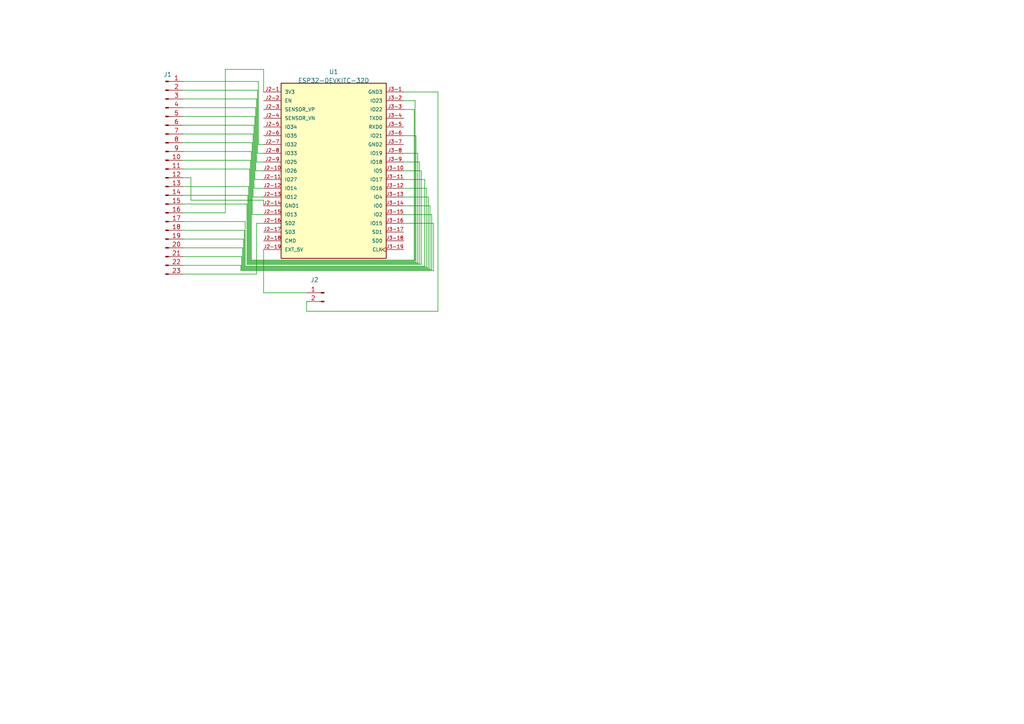
<source format=kicad_sch>
(kicad_sch (version 20231120) (generator "eeschema") (generator_version "8.0")
  (paper "A4")
  (lib_symbols
    (symbol "Connector:Conn_01x02_Pin" (pin_names (offset 1.016) hide)
      (property "Reference" "J" (at 0 2.54 0))
      (property "Value" "Conn_01x02_Pin" (at 0 -5.08 0))
      (symbol "Conn_01x02_Pin_1_1"
        (polyline (pts (xy 1.27 -2.54) (xy 0.8636 -2.54)) (stroke (width 0.1524)))
        (polyline (pts (xy 1.27 0) (xy 0.8636 0)) (stroke (width 0.1524)))
        (rectangle (start 0.8636 -2.413) (end 0 -2.667) (stroke (width 0.1524)) (fill (type outline)))
        (rectangle (start 0.8636 0.127) (end 0 -0.127) (stroke (width 0.1524)) (fill (type outline)))
        (pin passive line (at 5.08 0 180) (length 3.81) (name "Pin_1") (number "1"))
        (pin passive line (at 5.08 -2.54 180) (length 3.81) (name "Pin_2") (number "2"))
      )
    )
    (symbol "Connector:Conn_01x23_Pin" (pin_names (offset 1.016) hide)
      (property "Reference" "J" (at 0 30.48 0))
      (property "Value" "Conn_01x23_Pin" (at 0 -30.48 0))
      (symbol "Conn_01x23_Pin_1_1"
        (polyline (pts (xy 1.27 -27.94) (xy 0.8636 -27.94)) (stroke (width 0.1524)))
        (polyline (pts (xy 1.27 -25.4) (xy 0.8636 -25.4)) (stroke (width 0.1524)))
        (polyline (pts (xy 1.27 -22.86) (xy 0.8636 -22.86)) (stroke (width 0.1524)))
        (polyline (pts (xy 1.27 -20.32) (xy 0.8636 -20.32)) (stroke (width 0.1524)))
        (polyline (pts (xy 1.27 -17.78) (xy 0.8636 -17.78)) (stroke (width 0.1524)))
        (polyline (pts (xy 1.27 -15.24) (xy 0.8636 -15.24)) (stroke (width 0.1524)))
        (polyline (pts (xy 1.27 -12.7) (xy 0.8636 -12.7)) (stroke (width 0.1524)))
        (polyline (pts (xy 1.27 -10.16) (xy 0.8636 -10.16)) (stroke (width 0.1524)))
        (polyline (pts (xy 1.27 -7.62) (xy 0.8636 -7.62)) (stroke (width 0.1524)))
        (polyline (pts (xy 1.27 -5.08) (xy 0.8636 -5.08)) (stroke (width 0.1524)))
        (polyline (pts (xy 1.27 -2.54) (xy 0.8636 -2.54)) (stroke (width 0.1524)))
        (polyline (pts (xy 1.27 0) (xy 0.8636 0)) (stroke (width 0.1524)))
        (polyline (pts (xy 1.27 2.54) (xy 0.8636 2.54)) (stroke (width 0.1524)))
        (polyline (pts (xy 1.27 5.08) (xy 0.8636 5.08)) (stroke (width 0.1524)))
        (polyline (pts (xy 1.27 7.62) (xy 0.8636 7.62)) (stroke (width 0.1524)))
        (polyline (pts (xy 1.27 10.16) (xy 0.8636 10.16)) (stroke (width 0.1524)))
        (polyline (pts (xy 1.27 12.7) (xy 0.8636 12.7)) (stroke (width 0.1524)))
        (polyline (pts (xy 1.27 15.24) (xy 0.8636 15.24)) (stroke (width 0.1524)))
        (polyline (pts (xy 1.27 17.78) (xy 0.8636 17.78)) (stroke (width 0.1524)))
        (polyline (pts (xy 1.27 20.32) (xy 0.8636 20.32)) (stroke (width 0.1524)))
        (polyline (pts (xy 1.27 22.86) (xy 0.8636 22.86)) (stroke (width 0.1524)))
        (polyline (pts (xy 1.27 25.4) (xy 0.8636 25.4)) (stroke (width 0.1524)))
        (polyline (pts (xy 1.27 27.94) (xy 0.8636 27.94)) (stroke (width 0.1524)))
        (rectangle (start 0.8636 -27.813) (end 0 -28.067) (stroke (width 0.1524)) (fill (type outline)))
        (rectangle (start 0.8636 -25.273) (end 0 -25.527) (stroke (width 0.1524)) (fill (type outline)))
        (rectangle (start 0.8636 -22.733) (end 0 -22.987) (stroke (width 0.1524)) (fill (type outline)))
        (rectangle (start 0.8636 -20.193) (end 0 -20.447) (stroke (width 0.1524)) (fill (type outline)))
        (rectangle (start 0.8636 -17.653) (end 0 -17.907) (stroke (width 0.1524)) (fill (type outline)))
        (rectangle (start 0.8636 -15.113) (end 0 -15.367) (stroke (width 0.1524)) (fill (type outline)))
        (rectangle (start 0.8636 -12.573) (end 0 -12.827) (stroke (width 0.1524)) (fill (type outline)))
        (rectangle (start 0.8636 -10.033) (end 0 -10.287) (stroke (width 0.1524)) (fill (type outline)))
        (rectangle (start 0.8636 -7.493) (end 0 -7.747) (stroke (width 0.1524)) (fill (type outline)))
        (rectangle (start 0.8636 -4.953) (end 0 -5.207) (stroke (width 0.1524)) (fill (type outline)))
        (rectangle (start 0.8636 -2.413) (end 0 -2.667) (stroke (width 0.1524)) (fill (type outline)))
        (rectangle (start 0.8636 0.127) (end 0 -0.127) (stroke (width 0.1524)) (fill (type outline)))
        (rectangle (start 0.8636 2.667) (end 0 2.413) (stroke (width 0.1524)) (fill (type outline)))
        (rectangle (start 0.8636 5.207) (end 0 4.953) (stroke (width 0.1524)) (fill (type outline)))
        (rectangle (start 0.8636 7.747) (end 0 7.493) (stroke (width 0.1524)) (fill (type outline)))
        (rectangle (start 0.8636 10.287) (end 0 10.033) (stroke (width 0.1524)) (fill (type outline)))
        (rectangle (start 0.8636 12.827) (end 0 12.573) (stroke (width 0.1524)) (fill (type outline)))
        (rectangle (start 0.8636 15.367) (end 0 15.113) (stroke (width 0.1524)) (fill (type outline)))
        (rectangle (start 0.8636 17.907) (end 0 17.653) (stroke (width 0.1524)) (fill (type outline)))
        (rectangle (start 0.8636 20.447) (end 0 20.193) (stroke (width 0.1524)) (fill (type outline)))
        (rectangle (start 0.8636 22.987) (end 0 22.733) (stroke (width 0.1524)) (fill (type outline)))
        (rectangle (start 0.8636 25.527) (end 0 25.273) (stroke (width 0.1524)) (fill (type outline)))
        (rectangle (start 0.8636 28.067) (end 0 27.813) (stroke (width 0.1524)) (fill (type outline)))
        (pin passive line (at 5.08 27.94 180) (length 3.81) (name "Pin_1") (number "1"))
        (pin passive line (at 5.08 5.08 180) (length 3.81) (name "Pin_10") (number "10"))
        (pin passive line (at 5.08 2.54 180) (length 3.81) (name "Pin_11") (number "11"))
        (pin passive line (at 5.08 0 180) (length 3.81) (name "Pin_12") (number "12"))
        (pin passive line (at 5.08 -2.54 180) (length 3.81) (name "Pin_13") (number "13"))
        (pin passive line (at 5.08 -5.08 180) (length 3.81) (name "Pin_14") (number "14"))
        (pin passive line (at 5.08 -7.62 180) (length 3.81) (name "Pin_15") (number "15"))
        (pin passive line (at 5.08 -10.16 180) (length 3.81) (name "Pin_16") (number "16"))
        (pin passive line (at 5.08 -12.7 180) (length 3.81) (name "Pin_17") (number "17"))
        (pin passive line (at 5.08 -15.24 180) (length 3.81) (name "Pin_18") (number "18"))
        (pin passive line (at 5.08 -17.78 180) (length 3.81) (name "Pin_19") (number "19"))
        (pin passive line (at 5.08 25.4 180) (length 3.81) (name "Pin_2") (number "2"))
        (pin passive line (at 5.08 -20.32 180) (length 3.81) (name "Pin_20") (number "20"))
        (pin passive line (at 5.08 -22.86 180) (length 3.81) (name "Pin_21") (number "21"))
        (pin passive line (at 5.08 -25.4 180) (length 3.81) (name "Pin_22") (number "22"))
        (pin passive line (at 5.08 -27.94 180) (length 3.81) (name "Pin_23") (number "23"))
        (pin passive line (at 5.08 22.86 180) (length 3.81) (name "Pin_3") (number "3"))
        (pin passive line (at 5.08 20.32 180) (length 3.81) (name "Pin_4") (number "4"))
        (pin passive line (at 5.08 17.78 180) (length 3.81) (name "Pin_5") (number "5"))
        (pin passive line (at 5.08 15.24 180) (length 3.81) (name "Pin_6") (number "6"))
        (pin passive line (at 5.08 12.7 180) (length 3.81) (name "Pin_7") (number "7"))
        (pin passive line (at 5.08 10.16 180) (length 3.81) (name "Pin_8") (number "8"))
        (pin passive line (at 5.08 7.62 180) (length 3.81) (name "Pin_9") (number "9"))
      )
    )
    (symbol "ESP32 38-PIN:ESP32-DEVKITC-32D" (pin_names (offset 1.016))
      (property "Reference" "U" (at -15.2572 26.0643 0))
      (property "Value" "ESP32-DEVKITC-32D" (at -15.2563 -27.9698 0))
      (symbol "ESP32-DEVKITC-32D_0_0"
        (rectangle (start -15.24 -25.4) (end 15.24 25.4) (stroke (width 0.254)) (fill (type background)))
        (pin power_in line (at -20.32 22.86 0) (length 5.08) (name "3V3") (number "J2-1"))
        (pin bidirectional line (at -20.32 0 0) (length 5.08) (name "IO26") (number "J2-10"))
        (pin bidirectional line (at -20.32 -2.54 0) (length 5.08) (name "IO27") (number "J2-11"))
        (pin bidirectional line (at -20.32 -5.08 0) (length 5.08) (name "IO14") (number "J2-12"))
        (pin bidirectional line (at -20.32 -7.62 0) (length 5.08) (name "IO12") (number "J2-13"))
        (pin power_in line (at -20.32 -10.16 0) (length 5.08) (name "GND1") (number "J2-14"))
        (pin bidirectional line (at -20.32 -12.7 0) (length 5.08) (name "IO13") (number "J2-15"))
        (pin bidirectional line (at -20.32 -15.24 0) (length 5.08) (name "SD2") (number "J2-16"))
        (pin bidirectional line (at -20.32 -17.78 0) (length 5.08) (name "SD3") (number "J2-17"))
        (pin bidirectional line (at -20.32 -20.32 0) (length 5.08) (name "CMD") (number "J2-18"))
        (pin power_in line (at -20.32 -22.86 0) (length 5.08) (name "EXT_5V") (number "J2-19"))
        (pin input line (at -20.32 20.32 0) (length 5.08) (name "EN") (number "J2-2"))
        (pin input line (at -20.32 17.78 0) (length 5.08) (name "SENSOR_VP") (number "J2-3"))
        (pin input line (at -20.32 15.24 0) (length 5.08) (name "SENSOR_VN") (number "J2-4"))
        (pin bidirectional line (at -20.32 12.7 0) (length 5.08) (name "IO34") (number "J2-5"))
        (pin bidirectional line (at -20.32 10.16 0) (length 5.08) (name "IO35") (number "J2-6"))
        (pin bidirectional line (at -20.32 7.62 0) (length 5.08) (name "IO32") (number "J2-7"))
        (pin bidirectional line (at -20.32 5.08 0) (length 5.08) (name "IO33") (number "J2-8"))
        (pin bidirectional line (at -20.32 2.54 0) (length 5.08) (name "IO25") (number "J2-9"))
        (pin power_in line (at 20.32 22.86 180) (length 5.08) (name "GND3") (number "J3-1"))
        (pin bidirectional line (at 20.32 0 180) (length 5.08) (name "IO5") (number "J3-10"))
        (pin bidirectional line (at 20.32 -2.54 180) (length 5.08) (name "IO17") (number "J3-11"))
        (pin bidirectional line (at 20.32 -5.08 180) (length 5.08) (name "IO16") (number "J3-12"))
        (pin bidirectional line (at 20.32 -7.62 180) (length 5.08) (name "IO4") (number "J3-13"))
        (pin bidirectional line (at 20.32 -10.16 180) (length 5.08) (name "IO0") (number "J3-14"))
        (pin bidirectional line (at 20.32 -12.7 180) (length 5.08) (name "IO2") (number "J3-15"))
        (pin bidirectional line (at 20.32 -15.24 180) (length 5.08) (name "IO15") (number "J3-16"))
        (pin bidirectional line (at 20.32 -17.78 180) (length 5.08) (name "SD1") (number "J3-17"))
        (pin bidirectional line (at 20.32 -20.32 180) (length 5.08) (name "SD0") (number "J3-18"))
        (pin input clock (at 20.32 -22.86 180) (length 5.08) (name "CLK") (number "J3-19"))
        (pin bidirectional line (at 20.32 20.32 180) (length 5.08) (name "IO23") (number "J3-2"))
        (pin bidirectional line (at 20.32 17.78 180) (length 5.08) (name "IO22") (number "J3-3"))
        (pin output line (at 20.32 15.24 180) (length 5.08) (name "TXD0") (number "J3-4"))
        (pin input line (at 20.32 12.7 180) (length 5.08) (name "RXD0") (number "J3-5"))
        (pin bidirectional line (at 20.32 10.16 180) (length 5.08) (name "IO21") (number "J3-6"))
        (pin power_in line (at 20.32 7.62 180) (length 5.08) (name "GND2") (number "J3-7"))
        (pin bidirectional line (at 20.32 5.08 180) (length 5.08) (name "IO19") (number "J3-8"))
        (pin bidirectional line (at 20.32 2.54 180) (length 5.08) (name "IO18") (number "J3-9"))
      )
    )
  )
  (wire (pts (xy 74.93 41.91) (xy 76.454 41.91)))
  (wire (pts (xy 53.086 71.882) (xy 70.358 71.882)))
  (wire (pts (xy 124.714 59.69) (xy 117.094 59.69)))
  (wire (pts (xy 71.628 76.708) (xy 122.174 76.708)))
  (wire (pts (xy 123.19 52.07) (xy 123.19 77.216)))
  (wire (pts (xy 121.666 46.99) (xy 117.094 46.99)))
  (wire (pts (xy 76.454 84.9376) (xy 76.4794 84.9376)))
  (wire (pts (xy 53.086 23.622) (xy 74.93 23.622)))
  (wire (pts (xy 74.676 44.45) (xy 76.454 44.45)))
  (wire (pts (xy 121.158 44.45) (xy 117.094 44.45)))
  (wire (pts (xy 53.086 49.022) (xy 72.39 49.022)))
  (wire (pts (xy 73.406 38.862) (xy 73.406 57.15)))
  (wire (pts (xy 53.086 51.562) (xy 55.372 51.562)))
  (wire (pts (xy 123.698 54.61) (xy 123.698 77.47)))
  (wire (pts (xy 53.086 74.422) (xy 70.104 74.422)))
  (wire (pts (xy 53.086 33.782) (xy 73.914 33.782)))
  (wire (pts (xy 73.152 62.23) (xy 76.454 62.23)))
  (wire (pts (xy 72.39 75.946) (xy 120.65 75.946)))
  (wire (pts (xy 53.086 41.402) (xy 73.152 41.402)))
  (wire (pts (xy 74.422 46.99) (xy 76.454 46.99)))
  (wire (pts (xy 71.628 59.182) (xy 71.628 76.708)))
  (wire (pts (xy 120.65 39.37) (xy 120.65 75.946)))
  (wire (pts (xy 72.136 76.2) (xy 121.158 76.2)))
  (wire (pts (xy 76.454 20.1422) (xy 76.454 26.67)))
  (wire (pts (xy 124.206 57.15) (xy 124.206 77.724)))
  (wire (pts (xy 70.612 77.724) (xy 124.206 77.724)))
  (wire (pts (xy 74.168 49.53) (xy 76.454 49.53)))
  (wire (pts (xy 125.222 62.23) (xy 125.222 78.232)))
  (wire (pts (xy 76.454 64.77) (xy 74.422 64.77)))
  (wire (pts (xy 120.65 39.37) (xy 117.094 39.37)))
  (wire (pts (xy 73.66 36.322) (xy 73.66 54.61)))
  (wire (pts (xy 73.406 38.862) (xy 53.086 38.862)))
  (wire (pts (xy 125.73 78.486) (xy 125.73 64.77)))
  (wire (pts (xy 124.206 57.15) (xy 117.094 57.15)))
  (wire (pts (xy 73.406 57.15) (xy 76.454 57.15)))
  (wire (pts (xy 70.866 66.802) (xy 70.866 77.47)))
  (wire (pts (xy 73.152 41.402) (xy 73.152 62.23)))
  (wire (pts (xy 122.174 49.53) (xy 117.094 49.53)))
  (wire (pts (xy 69.85 76.962) (xy 69.85 78.486)))
  (wire (pts (xy 53.086 46.482) (xy 72.644 46.482)))
  (wire (pts (xy 71.882 56.642) (xy 71.882 76.454)))
  (wire (pts (xy 127.0254 90.2716) (xy 88.9254 90.2716)))
  (wire (pts (xy 120.142 31.75) (xy 117.094 31.75)))
  (wire (pts (xy 53.086 61.722) (xy 65.3542 61.722)))
  (wire (pts (xy 73.66 54.61) (xy 76.454 54.61)))
  (wire (pts (xy 120.396 29.21) (xy 120.396 75.438)))
  (wire (pts (xy 53.086 54.102) (xy 72.136 54.102)))
  (wire (pts (xy 76.4794 84.9122) (xy 88.9254 84.9122)))
  (wire (pts (xy 53.086 31.242) (xy 74.168 31.242)))
  (wire (pts (xy 70.104 78.232) (xy 125.222 78.232)))
  (wire (pts (xy 122.174 49.53) (xy 122.174 76.708)))
  (wire (pts (xy 55.372 51.562) (xy 55.372 58.0644)))
  (wire (pts (xy 70.104 74.422) (xy 70.104 78.232)))
  (wire (pts (xy 69.85 78.486) (xy 125.73 78.486)))
  (wire (pts (xy 70.866 77.47) (xy 123.698 77.47)))
  (wire (pts (xy 72.644 75.692) (xy 120.142 75.692)))
  (wire (pts (xy 88.9254 90.2716) (xy 88.9254 87.4522)))
  (wire (pts (xy 120.396 29.21) (xy 117.094 29.21)))
  (wire (pts (xy 53.086 59.182) (xy 71.628 59.182)))
  (wire (pts (xy 127.0254 26.67) (xy 127.0254 90.2716)))
  (wire (pts (xy 125.73 64.77) (xy 117.094 64.77)))
  (wire (pts (xy 53.086 36.322) (xy 73.66 36.322)))
  (wire (pts (xy 76.454 72.39) (xy 76.454 84.9376)))
  (wire (pts (xy 53.086 43.942) (xy 72.898 43.942)))
  (wire (pts (xy 72.644 46.482) (xy 72.644 75.692)))
  (wire (pts (xy 72.898 43.942) (xy 72.898 75.438)))
  (wire (pts (xy 73.914 33.782) (xy 73.914 52.07)))
  (wire (pts (xy 72.898 75.438) (xy 120.396 75.438)))
  (wire (pts (xy 72.136 54.102) (xy 72.136 76.2)))
  (wire (pts (xy 65.3542 61.722) (xy 65.3542 20.1422)))
  (wire (pts (xy 53.086 64.262) (xy 71.12 64.262)))
  (wire (pts (xy 123.698 54.61) (xy 117.094 54.61)))
  (wire (pts (xy 73.914 52.07) (xy 76.454 52.07)))
  (wire (pts (xy 53.086 28.702) (xy 74.422 28.702)))
  (wire (pts (xy 70.358 71.882) (xy 70.358 77.978)))
  (wire (pts (xy 125.222 62.23) (xy 117.094 62.23)))
  (wire (pts (xy 74.422 79.502) (xy 53.086 79.502)))
  (wire (pts (xy 71.882 76.454) (xy 121.666 76.454)))
  (wire (pts (xy 55.372 58.0644) (xy 76.454 58.0644)))
  (wire (pts (xy 123.19 52.07) (xy 117.094 52.07)))
  (wire (pts (xy 53.086 69.342) (xy 70.612 69.342)))
  (wire (pts (xy 74.676 26.162) (xy 74.676 44.45)))
  (wire (pts (xy 70.358 77.978) (xy 124.714 77.978)))
  (wire (pts (xy 53.086 76.962) (xy 69.85 76.962)))
  (wire (pts (xy 53.086 56.642) (xy 71.882 56.642)))
  (wire (pts (xy 74.422 64.77) (xy 74.422 79.502)))
  (wire (pts (xy 74.168 31.242) (xy 74.168 49.53)))
  (wire (pts (xy 121.158 44.45) (xy 121.158 76.2)))
  (wire (pts (xy 71.12 64.262) (xy 71.12 77.216)))
  (wire (pts (xy 76.454 58.0644) (xy 76.454 59.69)))
  (wire (pts (xy 120.142 31.75) (xy 120.142 75.692)))
  (wire (pts (xy 117.094 26.67) (xy 127.0254 26.67)))
  (wire (pts (xy 53.086 26.162) (xy 74.676 26.162)))
  (wire (pts (xy 121.666 46.99) (xy 121.666 76.454)))
  (wire (pts (xy 74.93 23.622) (xy 74.93 41.91)))
  (wire (pts (xy 70.612 69.342) (xy 70.612 77.724)))
  (wire (pts (xy 53.086 66.802) (xy 70.866 66.802)))
  (wire (pts (xy 74.422 28.702) (xy 74.422 46.99)))
  (wire (pts (xy 65.3542 20.1422) (xy 76.454 20.1422)))
  (wire (pts (xy 124.714 59.69) (xy 124.714 77.978)))
  (wire (pts (xy 76.4794 84.9376) (xy 76.4794 84.9122)))
  (wire (pts (xy 72.39 49.022) (xy 72.39 75.946)))
  (wire (pts (xy 71.12 77.216) (xy 123.19 77.216)))
  (symbol (lib_id "ESP32 38-PIN:ESP32-DEVKITC-32D") (at 96.774 49.53 0) (unit 1)
    (property "Reference" "U1" (at 96.774 20.828 0))
    (property "Value" "ESP32-DEVKITC-32D" (at 96.774 23.368 0))
    (property "Footprint" "ESP32 28-pin:MODULE_ESP32-DEVKITC-32D" (effects (hide yes)))
    (property "Description" "\nWiFi Development Tools (802.11) ESP32 General Development Kit, ESP32-WROOM-32D on the board\n" (effects (hide yes)))
    (property "MF" "Espressif Systems" (effects (hide yes)))
    (property "MAXIMUM_PACKAGE_HEIGHT" "N/A" (effects (hide yes)))
    (property "Package" "None" (effects (hide yes)))
    (property "Price" "None" (effects (hide yes)))
    (property "Check_prices" "https://www.snapeda.com/parts/ESP32-DEVKITC-32D/Espressif+Systems/view-part/?ref=eda" (effects (hide yes)))
    (property "STANDARD" "Manufacturer Recommendations" (effects (hide yes)))
    (property "PARTREV" "V4" (effects (hide yes)))
    (property "SnapEDA_Link" "https://www.snapeda.com/parts/ESP32-DEVKITC-32D/Espressif+Systems/view-part/?ref=snap" (effects (hide yes)))
    (property "MP" "ESP32-DEVKITC-32D" (effects (hide yes)))
    (property "MANUFACTURER" "Espressif Systems" (effects (hide yes)))
    (property "Availability" "In Stock" (effects (hide yes)))
    (property "SNAPEDA_PN" "ESP32-DEVKITC-32D" (effects (hide yes)))
  )
  (symbol (lib_id "Connector:Conn_01x23_Pin") (at 48.006 51.562 0) (unit 1)
    (property "Reference" "J1" (at 48.641 21.59 0))
    (property "Value" "Conn_01x22_Pin" (effects (hide yes)))
    (property "Footprint" "Connector_PinHeader_2.54mm:PinHeader_1x23_P2.54mm_Vertical" (effects (hide yes)))
    (property "Description" "Generic connector, single row, 01x23, script generated" (effects (hide yes)))
  )
  (symbol (lib_id "Connector:Conn_01x02_Pin") (at 94.0054 84.9122 0) (mirror y) (unit 1)
    (property "Reference" "J2" (at 91.2368 81.1784 0))
    (property "Value" "Conn_01x02_Pin" (effects (hide yes)))
    (property "Footprint" "Connector_PinHeader_2.54mm:PinHeader_1x02_P2.54mm_Vertical" (effects (hide yes)))
    (property "Description" "Generic connector, single row, 01x02, script generated" (effects (hide yes)))
  )
)
</source>
